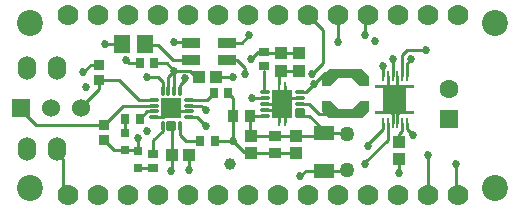
<source format=gtl>
G04 Layer_Physical_Order=1*
G04 Layer_Color=25308*
%FSLAX24Y24*%
%MOIN*%
G70*
G01*
G75*
%ADD10R,0.0394X0.0413*%
%ADD11R,0.0295X0.0335*%
%ADD12R,0.0413X0.0394*%
%ADD13C,0.0500*%
%ADD14R,0.0670X0.0450*%
%ADD15R,0.0315X0.0315*%
%ADD16O,0.0110X0.0335*%
%ADD17O,0.0335X0.0110*%
%ADD18R,0.0669X0.0669*%
%ADD19R,0.0335X0.0295*%
%ADD20R,0.0591X0.0354*%
%ADD21R,0.0532X0.0610*%
%ADD22C,0.0394*%
%ADD23R,0.0276X0.0335*%
%ADD24R,0.0335X0.0276*%
%ADD25R,0.0374X0.0335*%
%ADD26R,0.0110X0.0276*%
%ADD27R,0.0650X0.0945*%
%ADD28R,0.0413X0.0374*%
%ADD29R,0.0374X0.0413*%
%ADD30R,0.1181X0.0236*%
%ADD31O,0.0079X0.0335*%
%ADD32R,0.0768X0.0965*%
%ADD33C,0.0100*%
%ADD34R,0.0350X0.0313*%
%ADD35R,0.0300X0.0350*%
%ADD36O,0.0600X0.0800*%
%ADD37R,0.0600X0.0600*%
%ADD38C,0.0600*%
%ADD39R,0.0630X0.0630*%
%ADD40C,0.0630*%
%ADD41C,0.0700*%
%ADD42C,0.0866*%
%ADD43C,0.0270*%
%ADD44C,0.0197*%
G36*
X33350Y32884D02*
X33084D01*
Y32116D01*
X33350D01*
X33350Y32018D01*
X32050D01*
Y32116D01*
X32316D01*
Y32884D01*
X32050D01*
Y32982D01*
X33350D01*
Y32884D01*
D02*
G37*
G36*
X31837Y32450D02*
X31837Y32110D01*
X31601Y31873D01*
X30499Y31873D01*
X30263Y32109D01*
X30263Y32450D01*
X30550Y32450D01*
X30824Y32176D01*
X31276D01*
X31550Y32450D01*
X31837Y32450D01*
D02*
G37*
G36*
X31601Y33527D02*
X31837Y33291D01*
X31837Y32950D01*
X31550Y32950D01*
X31276Y33224D01*
X30824D01*
X30550Y32950D01*
X30263Y32950D01*
X30263Y33290D01*
X30499Y33527D01*
X31601Y33527D01*
D02*
G37*
D10*
X32850Y30505D02*
D03*
Y31095D02*
D03*
X28900Y34045D02*
D03*
X29400Y30705D02*
D03*
Y31295D02*
D03*
X27900Y30705D02*
D03*
Y31295D02*
D03*
D03*
Y30705D02*
D03*
X29500Y33455D02*
D03*
Y34045D02*
D03*
D03*
Y33455D02*
D03*
D11*
X24214Y33700D02*
D03*
X24686D02*
D03*
D12*
X26745Y33250D02*
D03*
X26155Y33250D02*
D03*
D03*
X26745Y33250D02*
D03*
X25845Y30650D02*
D03*
X25255D02*
D03*
D03*
X25845D02*
D03*
X28900Y33455D02*
D03*
D13*
X31100Y30150D02*
D03*
Y31350D02*
D03*
D14*
X30350Y30130D02*
D03*
Y31370D02*
D03*
D15*
X24150Y30795D02*
D03*
Y30205D02*
D03*
X23700Y30805D02*
D03*
Y31395D02*
D03*
D16*
X25545Y32781D02*
D03*
X25348D02*
D03*
X25152D02*
D03*
X24955D02*
D03*
Y31619D02*
D03*
X25152D02*
D03*
X25348D02*
D03*
X25545D02*
D03*
D17*
X24669Y32495D02*
D03*
Y32298D02*
D03*
Y32102D02*
D03*
Y31905D02*
D03*
X25831D02*
D03*
Y32102D02*
D03*
Y32298D02*
D03*
Y32495D02*
D03*
X28369Y31956D02*
D03*
Y32153D02*
D03*
Y32350D02*
D03*
Y32547D02*
D03*
Y32744D02*
D03*
X29531D02*
D03*
Y32547D02*
D03*
Y32350D02*
D03*
Y32153D02*
D03*
Y31956D02*
D03*
D18*
X25250Y32200D02*
D03*
D19*
X28350Y34086D02*
D03*
Y33614D02*
D03*
D20*
X27110Y34395D02*
D03*
Y33805D02*
D03*
X25890Y34395D02*
D03*
Y33805D02*
D03*
D21*
X23616Y34350D02*
D03*
X24384D02*
D03*
D22*
X27200Y30350D02*
D03*
D23*
X26658Y32700D02*
D03*
X27150D02*
D03*
X23704Y31850D02*
D03*
X24196D02*
D03*
X26204Y31100D02*
D03*
X26696D02*
D03*
D24*
X24650Y30204D02*
D03*
Y30696D02*
D03*
D25*
X23000Y31656D02*
D03*
Y31144D02*
D03*
X22850Y33144D02*
D03*
Y33656D02*
D03*
D26*
X28850Y32960D02*
D03*
X29050D02*
D03*
X28850Y31740D02*
D03*
X29050D02*
D03*
D27*
X28950Y32350D02*
D03*
D28*
X28700Y31285D02*
D03*
Y30715D02*
D03*
D29*
X27885Y31950D02*
D03*
X27315D02*
D03*
D30*
X31050Y32031D02*
D03*
X31050Y33369D02*
D03*
D31*
X32306Y31722D02*
D03*
X32464D02*
D03*
X32621D02*
D03*
X32779D02*
D03*
X32936D02*
D03*
X33094D02*
D03*
Y33278D02*
D03*
X32936D02*
D03*
X32779D02*
D03*
X32621D02*
D03*
X32464D02*
D03*
X32306D02*
D03*
D32*
X32700Y32500D02*
D03*
D33*
X32850Y31095D02*
Y31350D01*
X32936Y31436D01*
Y31722D01*
X33800Y29500D02*
Y30650D01*
X32850Y30050D02*
Y30505D01*
X28136Y34086D02*
X28350D01*
X27900Y33850D02*
X28136Y34086D01*
X25700Y33150D02*
Y33200D01*
X25545Y32995D02*
X25700Y33150D01*
X25545Y32781D02*
Y32995D01*
X23050Y34350D02*
X23466D01*
X23616Y34200D01*
X26745Y33250D02*
X27300D01*
X26745Y33250D02*
X26745Y33250D01*
X29050Y32450D02*
Y32960D01*
X28950Y32350D02*
X29050Y32450D01*
X28850Y33010D02*
Y33455D01*
X28900D02*
X29500D01*
X28409Y34045D02*
X28900D01*
X29500D01*
X24384Y34350D02*
X24434Y34300D01*
X24800D01*
X25295Y33805D01*
X25100Y33700D02*
X25350Y33450D01*
X24786Y33700D02*
X25100D01*
X24686Y33600D02*
X24786Y33700D01*
X23850D02*
X24214D01*
X23750Y33800D02*
X23850Y33700D01*
X23750Y33750D02*
Y33800D01*
X28350Y32763D02*
Y33464D01*
X32779Y32028D02*
X32897Y32146D01*
X32779Y31722D02*
Y32028D01*
X32503Y32146D02*
X32621Y32028D01*
Y31722D02*
Y32028D01*
X32779Y32972D02*
X32897Y32854D01*
X32779Y32972D02*
Y33278D01*
X32464Y32894D02*
X32503Y32854D01*
X32464Y32894D02*
Y33278D01*
X29550Y29950D02*
X29730Y30130D01*
X30350D01*
X31080Y31370D02*
X31250Y31200D01*
X30350Y31370D02*
X31080D01*
Y30130D02*
X31100Y30150D01*
X30350Y30130D02*
X31080D01*
X26453Y32495D02*
X26658Y32700D01*
X25831Y32495D02*
X26453D01*
X27150Y32700D02*
X27315Y32535D01*
Y31950D02*
Y32535D01*
X27674Y30755D02*
X27900D01*
X27950Y30705D01*
X29400D01*
X30330Y31350D02*
Y31470D01*
X30275Y31295D02*
X30330Y31350D01*
X29400Y31295D02*
X30275D01*
X29390Y31285D02*
X29400Y31295D01*
X28700Y31285D02*
X29390D01*
X27960D02*
X28700D01*
X27885Y31360D02*
X27960Y31285D01*
X27885Y31360D02*
Y31950D01*
X28363D01*
X29844Y31956D02*
X30330Y31470D01*
X29531Y31956D02*
X29844D01*
X23000Y31144D02*
X23339Y30805D01*
X23700D01*
X23000Y31656D02*
X23643Y32298D01*
X24669D01*
X20744Y31656D02*
X23000D01*
X20350Y32050D02*
X20744Y31656D01*
X20200Y32050D02*
X20350D01*
X23704Y31449D02*
Y31850D01*
X24150Y30795D02*
Y31200D01*
X23700Y30805D02*
X24141D01*
X24146Y31750D02*
Y31796D01*
X24452Y32102D01*
X24669D01*
X25855Y33450D02*
X26055Y33250D01*
X25350Y33450D02*
X25855D01*
X22850Y32850D02*
Y33144D01*
X22200Y32200D02*
X22850Y32850D01*
Y33144D02*
X23494D01*
X23500Y33150D01*
X24155Y32495D01*
X31700Y30350D02*
Y30400D01*
X32464Y31164D01*
X34750Y29350D02*
Y30350D01*
X31800Y30950D02*
Y31000D01*
X32300Y31500D01*
Y31716D01*
X30800Y34400D02*
Y35060D01*
X30750Y35110D02*
X30800Y35060D01*
X25795Y34395D02*
X25890D01*
X25350Y34400D02*
X25885D01*
X25750Y34350D02*
X25795Y34395D01*
X25350Y34350D02*
Y34400D01*
X26250Y32298D02*
X26400Y32148D01*
X25831Y32298D02*
X26250D01*
X25250Y32200D02*
X25348Y32102D01*
X25150Y32782D02*
Y33250D01*
X25350Y33450D01*
X32936Y33278D02*
Y33986D01*
X33100Y34150D01*
X33750D01*
X27700Y33350D02*
Y33550D01*
X27445Y33805D02*
X27700Y33550D01*
X27110Y33805D02*
X27445D01*
X22556Y33656D02*
X22850D01*
X22300Y33400D02*
X22556Y33656D01*
X25350Y32782D02*
Y33450D01*
X33094Y33278D02*
Y33694D01*
X27110Y34395D02*
X27595D01*
X24650Y31150D02*
X24955Y31455D01*
Y31619D01*
X24450Y33250D02*
X24800D01*
X24955Y33095D01*
Y32781D02*
Y33095D01*
X22100Y32300D02*
X22200Y32200D01*
X29850Y32350D02*
X30169Y32031D01*
X29531Y32350D02*
X29850D01*
X30800Y35300D02*
X30940Y35160D01*
X27800Y29300D02*
Y29560D01*
X29531Y32744D02*
X29744D01*
X30000Y33000D01*
X24650Y30846D02*
Y31150D01*
X24150Y30204D02*
X24650D01*
X24155Y32495D02*
X24669D01*
X25295Y33805D02*
X25890D01*
X26095Y31905D02*
X26400Y31600D01*
X25831Y31905D02*
X26095D01*
X33094Y31506D02*
Y31722D01*
Y31506D02*
X33300Y31300D01*
X30330Y31350D02*
X30350Y31370D01*
X29950Y33350D02*
X30300Y33700D01*
Y34800D01*
X29800Y35300D02*
X30300Y34800D01*
X27595Y34395D02*
X27850Y34650D01*
X32464Y31164D02*
Y31722D01*
X25845Y30155D02*
Y30650D01*
X25545Y31305D02*
Y31619D01*
Y31305D02*
X25750Y31100D01*
X26204D01*
X26696D02*
X26700Y31096D01*
X26704Y31100D01*
X27300D01*
X31750Y35350D02*
X31800Y35300D01*
X31700D02*
X31750Y35350D01*
X31700Y34650D02*
Y35300D01*
X24669Y31905D02*
X24955D01*
X25250Y32200D01*
X25348Y32102D02*
X25831D01*
X28369Y32350D02*
X28950D01*
X28369Y32153D02*
X28753D01*
X28850Y31740D02*
Y32055D01*
X28753Y32153D02*
X28950Y32350D01*
X27950Y32547D02*
X28369D01*
X29147D02*
X29531D01*
X29050Y31740D02*
Y32250D01*
X33094Y33694D02*
X33250Y33850D01*
X30169Y32031D02*
X31050D01*
X30000Y33000D02*
X30369Y33369D01*
X31050D01*
X27315Y31115D02*
Y31950D01*
Y31115D02*
X27674Y30755D01*
X25255Y30105D02*
Y30650D01*
X21650Y29450D02*
X21800Y29300D01*
X25255Y30650D02*
Y31516D01*
X21450Y30700D02*
Y30850D01*
Y30700D02*
X21650Y30500D01*
Y29450D02*
Y30500D01*
X32621Y33278D02*
Y33850D01*
X32300Y33284D02*
Y33600D01*
D34*
X29525Y32057D02*
D03*
D35*
X25250Y31625D02*
D03*
D36*
X21450Y30850D02*
D03*
X20450D02*
D03*
Y33550D02*
D03*
X21450D02*
D03*
D37*
X20250Y32200D02*
D03*
D38*
X21250D02*
D03*
X22250D02*
D03*
D39*
X34500Y31858D02*
D03*
D40*
Y32842D02*
D03*
D41*
X34800Y29300D02*
D03*
X33800D02*
D03*
X32800D02*
D03*
X31800D02*
D03*
X30800D02*
D03*
X29800D02*
D03*
X21800Y35300D02*
D03*
X22800D02*
D03*
X23800D02*
D03*
X24800D02*
D03*
X25800D02*
D03*
X26800D02*
D03*
X21800Y29300D02*
D03*
X22800D02*
D03*
X23800D02*
D03*
X24800D02*
D03*
X25800D02*
D03*
X26800D02*
D03*
X27800D02*
D03*
X28800D02*
D03*
X27800Y35300D02*
D03*
X28800D02*
D03*
X29800D02*
D03*
X30800D02*
D03*
X31800D02*
D03*
X32800D02*
D03*
X33800D02*
D03*
X34800D02*
D03*
D42*
X20550Y29550D02*
D03*
Y35050D02*
D03*
X36050D02*
D03*
Y29550D02*
D03*
D43*
X32850Y30050D02*
D03*
X25700Y33200D02*
D03*
X23050Y34350D02*
D03*
X27300Y33250D02*
D03*
X24450Y31450D02*
D03*
X23750Y33800D02*
D03*
X29550Y29950D02*
D03*
X31700Y30350D02*
D03*
X34750D02*
D03*
X31800Y30950D02*
D03*
X27900Y33850D02*
D03*
X30800Y34400D02*
D03*
X25350D02*
D03*
X26400Y32148D02*
D03*
X32050Y34450D02*
D03*
X33750Y34150D02*
D03*
X22300Y33400D02*
D03*
X22400Y32900D02*
D03*
X25350Y33450D02*
D03*
X27700Y33350D02*
D03*
X24450Y33250D02*
D03*
X30000Y33000D02*
D03*
X24150Y31200D02*
D03*
X33300Y31300D02*
D03*
X33800Y30650D02*
D03*
X26400Y31600D02*
D03*
X29950Y33350D02*
D03*
X27850Y34650D02*
D03*
X25845Y30155D02*
D03*
X27300Y31100D02*
D03*
X31700Y34650D02*
D03*
X27950Y32547D02*
D03*
X32621Y33850D02*
D03*
X33250D02*
D03*
X25250Y30100D02*
D03*
X32300Y33600D02*
D03*
D44*
X28753Y32645D02*
D03*
X25447Y32003D02*
D03*
X25447Y32397D02*
D03*
X25053Y32397D02*
D03*
X25053Y32003D02*
D03*
X25250Y32200D02*
D03*
X28950Y32350D02*
D03*
X28753Y32055D02*
D03*
X29147D02*
D03*
Y32645D02*
D03*
X32897Y32854D02*
D03*
X32503D02*
D03*
Y32146D02*
D03*
Y32500D02*
D03*
X32897Y32146D02*
D03*
Y32500D02*
D03*
M02*

</source>
